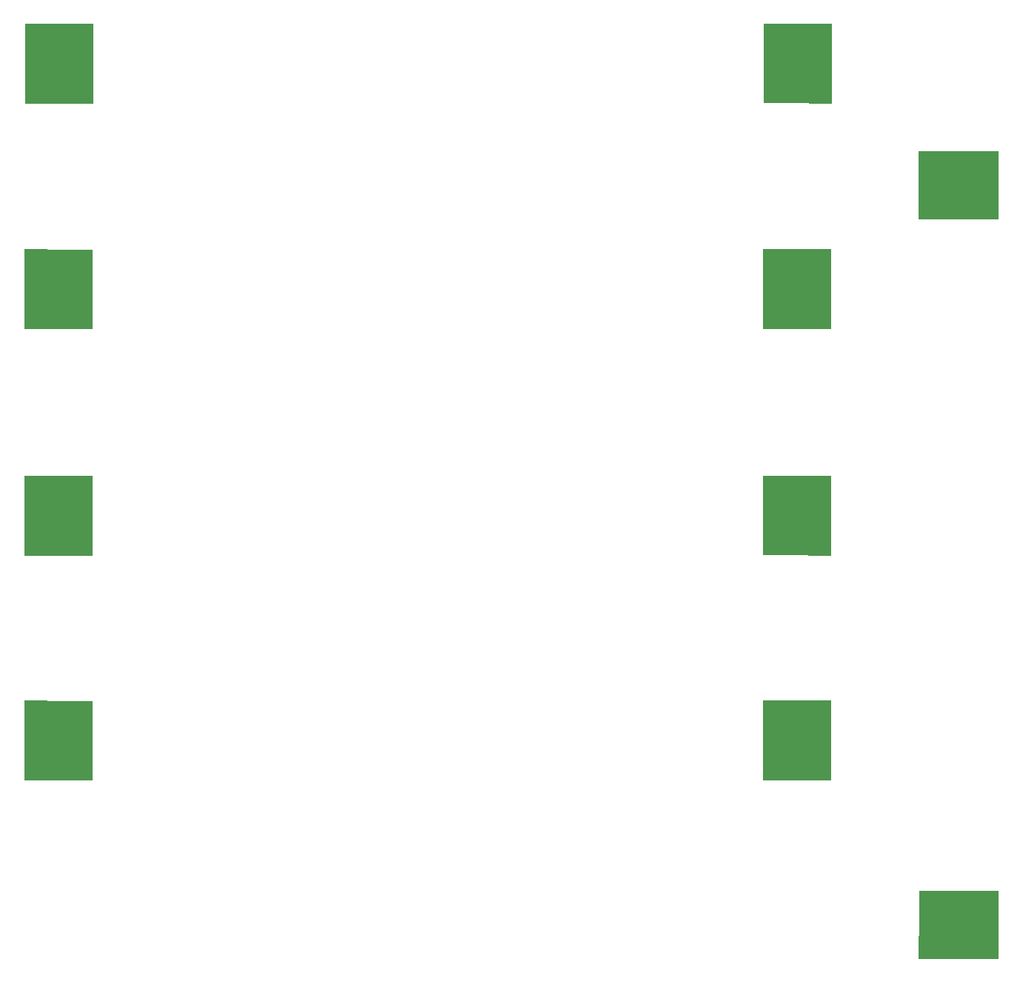
<source format=gbp>
G04 Layer: BottomPasteMaskLayer*
G04 EasyEDA v6.5.23, 2023-05-27 13:46:53*
G04 ad855449ed234b6990cb81ca5ba1a863,ef4dac4c239f4a7f90591e71bd1ece2f,10*
G04 Gerber Generator version 0.2*
G04 Scale: 100 percent, Rotated: No, Reflected: No *
G04 Dimensions in inches *
G04 leading zeros omitted , absolute positions ,3 integer and 6 decimal *
%FSLAX36Y36*%
%MOIN*%

%AMMACRO1*4,1,4,0.1525,0.18,0.1525,-0.18,-0.1525,-0.18,-0.1525,0.18,0.1525,0.18,0*%
%AMMACRO2*4,1,4,-0.1525,0.18,-0.1525,-0.18,0.1525,-0.18,0.1525,0.175,-0.1525,0.18,0*%
%AMMACRO3*4,1,4,-0.1525,-0.18,-0.1525,0.18,0.1525,0.18,0.1525,-0.18,-0.1525,-0.18,0*%
%AMMACRO4*4,1,4,0.1525,-0.18,0.1525,0.18,-0.1525,0.18,-0.1525,-0.175,0.1525,-0.18,0*%
%AMMACRO5*4,1,4,-0.18,0.1525,0.18,0.1525,0.18,-0.1525,-0.18,-0.1525,-0.18,0.1525,0*%
%AMMACRO6*4,1,4,-0.18,-0.1525,0.18,-0.1525,0.18,0.1525,-0.175,0.1525,-0.18,-0.1525,0*%
%ADD10MACRO1*%
%ADD11MACRO2*%
%ADD12MACRO3*%
%ADD13MACRO4*%
%ADD14MACRO5*%
%ADD15MACRO6*%

%LPD*%
D10*
G01*
X2491500Y925000D03*
D11*
G01*
X-833499Y925000D03*
D12*
G01*
X-833499Y1934000D03*
D13*
G01*
X2491500Y1934000D03*
D10*
G01*
X2490500Y2953000D03*
D11*
G01*
X-834499Y2953000D03*
D12*
G01*
X-831499Y3969000D03*
D13*
G01*
X2493500Y3969000D03*
D14*
G01*
X3218000Y3420500D03*
D15*
G01*
X3218000Y95500D03*
M02*

</source>
